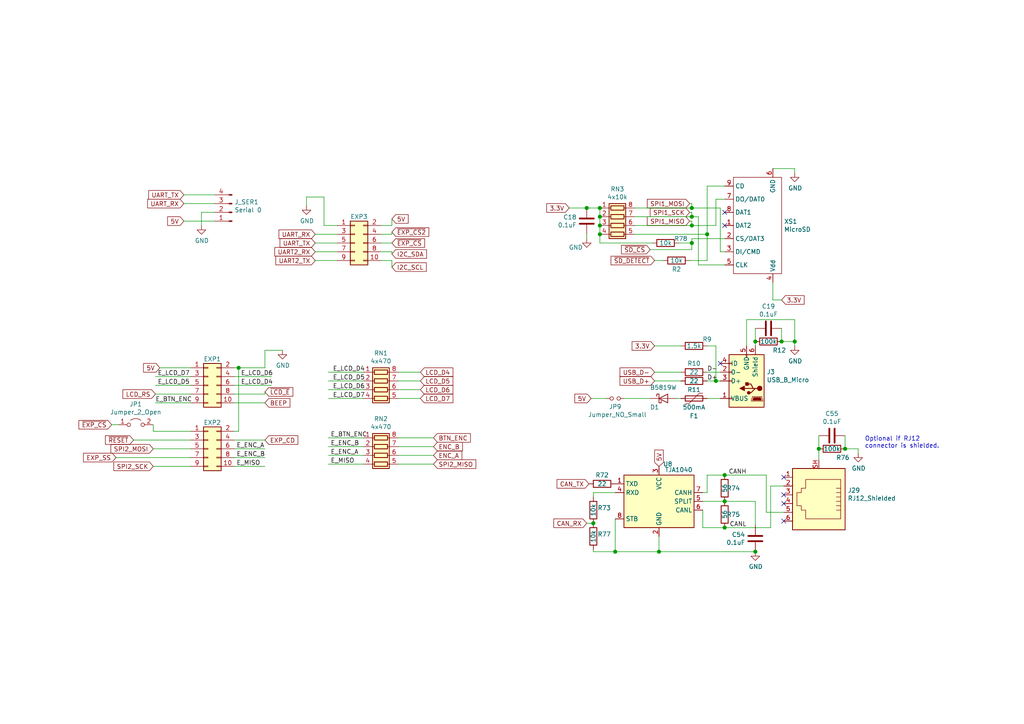
<source format=kicad_sch>
(kicad_sch (version 20210621) (generator eeschema)
  (paper "A4")
  (lib_symbols
    (symbol "Connector:Conn_01x04_Male" (pin_names hide)
      (property "Reference" "J" (at 0 5.08 0))
      (property "Value" "Conn_01x04_Male" (at 0 -7.62 0))
      (symbol "Conn_01x04_Male_1_1"
        (polyline (pts (xy 1.27 -5.08) (xy 0.8636 -5.08)))
        (polyline (pts (xy 1.27 -2.54) (xy 0.8636 -2.54)))
        (polyline (pts (xy 1.27 0) (xy 0.8636 0)))
        (polyline (pts (xy 1.27 2.54) (xy 0.8636 2.54)))
        (rectangle (start 0.8636 -4.953) (end 0 -5.207) (fill (type outline)))
        (rectangle (start 0.8636 -2.413) (end 0 -2.667) (fill (type outline)))
        (rectangle (start 0.8636 0.127) (end 0 -0.127) (fill (type outline)))
        (rectangle (start 0.8636 2.667) (end 0 2.413) (fill (type outline)))
        (pin passive line (at 5.08 2.54 180) (length 3.81) (name "Pin_1") (number "1"))
        (pin passive line (at 5.08 0 180) (length 3.81) (name "Pin_2") (number "2"))
        (pin passive line (at 5.08 -2.54 180) (length 3.81) (name "Pin_3") (number "3"))
        (pin passive line (at 5.08 -5.08 180) (length 3.81) (name "Pin_4") (number "4"))
      )
    )
    (symbol "Connector:RJ12_Shielded" (pin_names (offset 1.016))
      (property "Reference" "J" (at -5.08 11.43 0))
      (property "Value" "RJ12_Shielded" (at 2.54 11.43 0))
      (symbol "RJ12_Shielded_0_1"
        (polyline (pts (xy -6.35 -1.905) (xy -5.08 -1.905) (xy -5.08 -1.905)))
        (polyline (pts (xy -6.35 -0.635) (xy -5.08 -0.635) (xy -5.08 -0.635)))
        (polyline (pts (xy -6.35 0.635) (xy -5.08 0.635) (xy -5.08 0.635)))
        (polyline (pts (xy -6.35 1.905) (xy -5.08 1.905) (xy -5.08 1.905)))
        (polyline (pts (xy -6.35 3.175) (xy -5.08 3.175) (xy -5.08 3.175)))
        (polyline (pts (xy -5.08 4.445) (xy -6.35 4.445) (xy -6.35 4.445)))
        (polyline (pts (xy -6.35 -4.445) (xy -6.35 6.985) (xy 3.81 6.985) (xy 3.81 4.445) (xy 5.08 4.445) (xy 5.08 3.175) (xy 6.35 3.175) (xy 6.35 -0.635) (xy 5.08 -0.635) (xy 5.08 -1.905) (xy 3.81 -1.905) (xy 3.81 -4.445) (xy -6.35 -4.445) (xy -6.35 -4.445)))
        (rectangle (start 7.62 10.16) (end -7.62 -7.62) (stroke (width 0.254)) (fill (type background)))
      )
      (symbol "RJ12_Shielded_1_1"
        (pin passive line (at 10.16 -5.08 180) (length 2.54) (name "~") (number "1"))
        (pin passive line (at 10.16 -2.54 180) (length 2.54) (name "~") (number "2"))
        (pin passive line (at 10.16 0 180) (length 2.54) (name "~") (number "3"))
        (pin passive line (at 10.16 2.54 180) (length 2.54) (name "~") (number "4"))
        (pin passive line (at 10.16 5.08 180) (length 2.54) (name "~") (number "5"))
        (pin passive line (at 10.16 7.62 180) (length 2.54) (name "~") (number "6"))
        (pin passive line (at 0 -10.16 90) (length 2.54) (name "~") (number "SH"))
      )
    )
    (symbol "Connector:USB_B_Micro"
      (property "Reference" "J" (at -5.08 11.43 0))
      (property "Value" "USB_B_Micro" (at -5.08 8.89 0))
      (symbol "USB_B_Micro_0_1"
        (rectangle (start -5.08 -7.62) (end 5.08 7.62) (stroke (width 0.254)) (fill (type background)))
        (circle (center -3.81 2.159) (radius 0.635) (stroke (width 0.254)) (stroke (width 0.254)) (fill (type outline)))
        (circle (center -0.635 3.429) (radius 0.381) (stroke (width 0.254)) (stroke (width 0.254)) (fill (type outline)))
        (rectangle (start -0.127 -7.62) (end 0.127 -6.858))
        (polyline (pts (xy -1.905 2.159) (xy 0.635 2.159)) (stroke (width 0.254)))
        (polyline (pts (xy -3.175 2.159) (xy -2.54 2.159) (xy -1.27 3.429) (xy -0.635 3.429)) (stroke (width 0.254)))
        (polyline (pts (xy -2.54 2.159) (xy -1.905 2.159) (xy -1.27 0.889) (xy 0 0.889)) (stroke (width 0.254)))
        (polyline (pts (xy 0.635 2.794) (xy 0.635 1.524) (xy 1.905 2.159) (xy 0.635 2.794)) (stroke (width 0.254)) (fill (type outline)))
        (polyline (pts (xy -4.318 5.588) (xy -1.778 5.588) (xy -2.032 4.826) (xy -4.064 4.826) (xy -4.318 5.588)) (fill (type outline)))
        (polyline (pts (xy -4.699 5.842) (xy -4.699 5.588) (xy -4.445 4.826) (xy -4.445 4.572) (xy -1.651 4.572) (xy -1.651 4.826) (xy -1.397 5.588) (xy -1.397 5.842) (xy -4.699 5.842)))
        (rectangle (start 0.254 1.27) (end -0.508 0.508) (stroke (width 0.254)) (fill (type outline)))
        (rectangle (start 5.08 -5.207) (end 4.318 -4.953))
        (rectangle (start 5.08 -2.667) (end 4.318 -2.413))
        (rectangle (start 5.08 -0.127) (end 4.318 0.127))
        (rectangle (start 5.08 4.953) (end 4.318 5.207))
      )
      (symbol "USB_B_Micro_1_1"
        (pin power_out line (at 7.62 5.08 180) (length 2.54) (name "VBUS") (number "1"))
        (pin passive line (at 7.62 -2.54 180) (length 2.54) (name "D-") (number "2"))
        (pin passive line (at 7.62 0 180) (length 2.54) (name "D+") (number "3"))
        (pin passive line (at 7.62 -5.08 180) (length 2.54) (name "ID") (number "4"))
        (pin power_out line (at 0 -10.16 90) (length 2.54) (name "GND") (number "5"))
        (pin passive line (at -2.54 -10.16 90) (length 2.54) (name "Shield") (number "6"))
      )
    )
    (symbol "Connector_Generic:Conn_02x05_Odd_Even" (pin_names hide)
      (property "Reference" "J" (at 1.27 7.62 0))
      (property "Value" "Conn_02x05_Odd_Even" (at 1.27 -7.62 0))
      (symbol "Conn_02x05_Odd_Even_1_1"
        (rectangle (start -1.27 -4.953) (end 0 -5.207))
        (rectangle (start -1.27 -2.413) (end 0 -2.667))
        (rectangle (start -1.27 0.127) (end 0 -0.127))
        (rectangle (start -1.27 2.667) (end 0 2.413))
        (rectangle (start -1.27 5.207) (end 0 4.953))
        (rectangle (start -1.27 6.35) (end 3.81 -6.35) (stroke (width 0.254)) (fill (type background)))
        (rectangle (start 3.81 -4.953) (end 2.54 -5.207))
        (rectangle (start 3.81 -2.413) (end 2.54 -2.667))
        (rectangle (start 3.81 0.127) (end 2.54 -0.127))
        (rectangle (start 3.81 2.667) (end 2.54 2.413))
        (rectangle (start 3.81 5.207) (end 2.54 4.953))
        (pin passive line (at -5.08 5.08 0) (length 3.81) (name "Pin_1") (number "1"))
        (pin passive line (at 7.62 -5.08 180) (length 3.81) (name "Pin_10") (number "10"))
        (pin passive line (at 7.62 5.08 180) (length 3.81) (name "Pin_2") (number "2"))
        (pin passive line (at -5.08 2.54 0) (length 3.81) (name "Pin_3") (number "3"))
        (pin passive line (at 7.62 2.54 180) (length 3.81) (name "Pin_4") (number "4"))
        (pin passive line (at -5.08 0 0) (length 3.81) (name "Pin_5") (number "5"))
        (pin passive line (at 7.62 0 180) (length 3.81) (name "Pin_6") (number "6"))
        (pin passive line (at -5.08 -2.54 0) (length 3.81) (name "Pin_7") (number "7"))
        (pin passive line (at 7.62 -2.54 180) (length 3.81) (name "Pin_8") (number "8"))
        (pin passive line (at -5.08 -5.08 0) (length 3.81) (name "Pin_9") (number "9"))
      )
    )
    (symbol "Device:C" (pin_numbers hide) (pin_names (offset 0.254))
      (property "Reference" "C" (at 0.635 2.54 0))
      (property "Value" "C" (at 0.635 -2.54 0))
      (symbol "C_0_1"
        (polyline (pts (xy -2.032 -0.762) (xy 2.032 -0.762)) (stroke (width 0.508)))
        (polyline (pts (xy -2.032 0.762) (xy 2.032 0.762)) (stroke (width 0.508)))
      )
      (symbol "C_1_1"
        (pin passive line (at 0 3.81 270) (length 2.794) (name "~") (number "1"))
        (pin passive line (at 0 -3.81 90) (length 2.794) (name "~") (number "2"))
      )
    )
    (symbol "Device:D_Schottky" (pin_numbers hide) (pin_names hide)
      (property "Reference" "D" (at 0 2.54 0))
      (property "Value" "D_Schottky" (at 0 -2.54 0))
      (symbol "D_Schottky_0_1"
        (polyline (pts (xy 1.27 0) (xy -1.27 0)))
        (polyline (pts (xy 1.27 1.27) (xy 1.27 -1.27) (xy -1.27 0) (xy 1.27 1.27)) (stroke (width 0.2032)))
        (polyline (pts (xy -1.905 0.635) (xy -1.905 1.27) (xy -1.27 1.27) (xy -1.27 -1.27) (xy -0.635 -1.27) (xy -0.635 -0.635)) (stroke (width 0.2032)))
      )
      (symbol "D_Schottky_1_1"
        (pin passive line (at -3.81 0 0) (length 2.54) (name "K") (number "1"))
        (pin passive line (at 3.81 0 180) (length 2.54) (name "A") (number "2"))
      )
    )
    (symbol "Device:Jumper_NO_Small" (pin_numbers hide) (pin_names (offset 0.762) hide)
      (property "Reference" "JP" (at 0 2.032 0))
      (property "Value" "Jumper_NO_Small" (at 0.254 -1.524 0))
      (symbol "Jumper_NO_Small_0_1"
        (circle (center -1.016 0) (radius 0.508))
        (circle (center 1.016 0) (radius 0.508))
        (pin passive line (at -2.54 0 0) (length 1.016) (name "1") (number "1"))
        (pin passive line (at 2.54 0 180) (length 1.016) (name "2") (number "2"))
      )
    )
    (symbol "Device:Polyfuse" (pin_numbers hide) (pin_names (offset 0))
      (property "Reference" "F" (at -2.54 0 90))
      (property "Value" "Polyfuse" (at 2.54 0 90))
      (symbol "Polyfuse_0_1"
        (rectangle (start -0.762 2.54) (end 0.762 -2.54) (stroke (width 0.254)))
        (polyline (pts (xy 0 2.54) (xy 0 -2.54)))
        (polyline (pts (xy -1.524 2.54) (xy -1.524 1.524) (xy 1.524 -1.524) (xy 1.524 -2.54)))
      )
      (symbol "Polyfuse_1_1"
        (pin passive line (at 0 3.81 270) (length 1.27) (name "~") (number "1"))
        (pin passive line (at 0 -3.81 90) (length 1.27) (name "~") (number "2"))
      )
    )
    (symbol "Device:R" (pin_numbers hide) (pin_names (offset 0))
      (property "Reference" "R" (at 2.032 0 90))
      (property "Value" "R" (at 0 0 90))
      (symbol "R_0_1"
        (rectangle (start -1.016 -2.54) (end 1.016 2.54) (stroke (width 0.254)))
      )
      (symbol "R_1_1"
        (pin passive line (at 0 3.81 270) (length 1.27) (name "~") (number "1"))
        (pin passive line (at 0 -3.81 90) (length 1.27) (name "~") (number "2"))
      )
    )
    (symbol "Device:R_Pack04" (pin_names (offset 0) hide)
      (property "Reference" "RN" (at -7.62 0 90))
      (property "Value" "R_Pack04" (at 5.08 0 90))
      (symbol "R_Pack04_0_1"
        (rectangle (start -6.35 -2.413) (end 3.81 2.413) (stroke (width 0.254)) (fill (type background)))
        (rectangle (start -5.715 1.905) (end -4.445 -1.905) (stroke (width 0.254)))
        (rectangle (start -3.175 1.905) (end -1.905 -1.905) (stroke (width 0.254)))
        (rectangle (start -0.635 1.905) (end 0.635 -1.905) (stroke (width 0.254)))
        (polyline (pts (xy -5.08 -2.54) (xy -5.08 -1.905)))
        (polyline (pts (xy -5.08 1.905) (xy -5.08 2.54)))
        (polyline (pts (xy -2.54 -2.54) (xy -2.54 -1.905)))
        (polyline (pts (xy -2.54 1.905) (xy -2.54 2.54)))
        (polyline (pts (xy 0 -2.54) (xy 0 -1.905)))
        (polyline (pts (xy 0 1.905) (xy 0 2.54)))
        (polyline (pts (xy 2.54 -2.54) (xy 2.54 -1.905)))
        (polyline (pts (xy 2.54 1.905) (xy 2.54 2.54)))
        (rectangle (start 1.905 1.905) (end 3.175 -1.905) (stroke (width 0.254)))
      )
      (symbol "R_Pack04_1_1"
        (pin passive line (at -5.08 -5.08 90) (length 2.54) (name "R1.1") (number "1"))
        (pin passive line (at -2.54 -5.08 90) (length 2.54) (name "R2.1") (number "2"))
        (pin passive line (at 0 -5.08 90) (length 2.54) (name "R3.1") (number "3"))
        (pin passive line (at 2.54 -5.08 90) (length 2.54) (name "R4.1") (number "4"))
        (pin passive line (at 2.54 5.08 270) (length 2.54) (name "R4.2") (number "5"))
        (pin passive line (at 0 5.08 270) (length 2.54) (name "R3.2") (number "6"))
        (pin passive line (at -2.54 5.08 270) (length 2.54) (name "R2.2") (number "7"))
        (pin passive line (at -5.08 5.08 270) (length 2.54) (name "R1.2") (number "8"))
      )
    )
    (symbol "Interface_CAN_LIN:TJA1042T"
      (property "Reference" "U" (at -10.16 8.89 0))
      (property "Value" "TJA1042T" (at 1.27 8.89 0))
      (symbol "TJA1042T_0_1"
        (rectangle (start -10.16 7.62) (end 10.16 -7.62) (stroke (width 0.254)) (fill (type background)))
      )
      (symbol "TJA1042T_1_1"
        (pin input line (at -12.7 5.08 0) (length 2.54) (name "TXD") (number "1"))
        (pin power_in line (at 0 -10.16 90) (length 2.54) (name "GND") (number "2"))
        (pin power_in line (at 0 10.16 270) (length 2.54) (name "VCC") (number "3"))
        (pin output line (at -12.7 2.54 0) (length 2.54) (name "RXD") (number "4"))
        (pin power_out line (at 12.7 0 180) (length 2.54) (name "SPLIT") (number "5"))
        (pin bidirectional line (at 12.7 -2.54 180) (length 2.54) (name "CANL") (number "6"))
        (pin bidirectional line (at 12.7 2.54 180) (length 2.54) (name "CANH") (number "7"))
        (pin input line (at -12.7 -5.08 0) (length 2.54) (name "STB") (number "8"))
      )
    )
    (symbol "Jumper:Jumper_2_Open" (pin_names (offset 0) hide)
      (property "Reference" "JP" (at 0 2.794 0))
      (property "Value" "Jumper_2_Open" (at 0 -2.286 0))
      (symbol "Jumper_2_Open_0_0"
        (circle (center -2.032 0) (radius 0.508))
        (circle (center 2.032 0) (radius 0.508))
      )
      (symbol "Jumper_2_Open_0_1"
        (arc (start 1.524 1.27) (mid 0 1.778) (end -1.524 1.27))
      )
      (symbol "Jumper_2_Open_1_1"
        (pin passive line (at -5.08 0 0) (length 2.54) (name "A") (number "1"))
        (pin passive line (at 5.08 0 180) (length 2.54) (name "B") (number "2"))
      )
    )
    (symbol "power:GND" (power) (pin_names (offset 0))
      (property "Value" "GND" (at 0 -3.81 0))
      (symbol "GND_0_1"
        (polyline (pts (xy 0 0) (xy 0 -1.27) (xy 1.27 -1.27) (xy 0 -2.54) (xy -1.27 -1.27) (xy 0 -1.27)))
      )
      (symbol "GND_1_1"
        (pin power_in line (at 0 0 270) (length 0) hide (name "GND") (number "1"))
      )
    )
    (symbol "uSD_push-push_ebay:SD_ebay-uSD-push_push_SMD"
      (property "Reference" "XS" (at 6.35 -15.24 0))
      (property "Value" "SD_ebay-uSD-push_push_SMD" (at -8.255 0 90))
      (symbol "SD_ebay-uSD-push_push_SMD_0_1"
        (rectangle (start -6.35 13.97) (end 7.62 -13.97))
      )
      (symbol "SD_ebay-uSD-push_push_SMD_1_1"
        (pin bidirectional line (at 10.16 0 180) (length 2.54) (name "DAT2") (number "1"))
        (pin input line (at 10.16 3.81 180) (length 2.54) (name "CS/DAT3") (number "2"))
        (pin input line (at 10.16 7.62 180) (length 2.54) (name "DI/CMD") (number "3"))
        (pin input line (at -3.81 16.51 270) (length 2.54) (name "Vdd") (number "4"))
        (pin input line (at 10.16 11.43 180) (length 2.54) (name "CLK") (number "5"))
        (pin input line (at -3.81 -16.51 90) (length 2.54) (name "GND") (number "6"))
        (pin input line (at 10.16 -7.62 180) (length 2.54) (name "DO/DAT0") (number "7"))
        (pin bidirectional line (at 10.16 -3.81 180) (length 2.54) (name "DAT1") (number "8"))
        (pin input line (at 10.16 -11.43 180) (length 2.54) (name "CD") (number "9"))
      )
    )
  )
  (junction (at 69.215 106.68) (diameter 1.016))
  (junction (at 170.18 60.325) (diameter 1.016))
  (junction (at 172.085 151.765) (diameter 1.016))
  (junction (at 173.99 60.325) (diameter 1.016))
  (junction (at 173.99 62.865) (diameter 1.016))
  (junction (at 173.99 65.405) (diameter 1.016))
  (junction (at 173.99 67.945) (diameter 1.016))
  (junction (at 178.435 160.02) (diameter 1.016))
  (junction (at 191.135 160.02) (diameter 1.016))
  (junction (at 200.66 60.325) (diameter 1.016))
  (junction (at 200.66 62.865) (diameter 1.016))
  (junction (at 200.66 65.405) (diameter 1.016))
  (junction (at 200.66 70.485) (diameter 1.016))
  (junction (at 205.105 67.945) (diameter 1.016))
  (junction (at 207.645 110.49) (diameter 1.016))
  (junction (at 210.185 137.795) (diameter 1.016))
  (junction (at 210.185 145.415) (diameter 1.016))
  (junction (at 210.185 153.035) (diameter 1.016))
  (junction (at 219.075 99.06) (diameter 1.016))
  (junction (at 219.075 160.02) (diameter 1.016))
  (junction (at 226.695 99.06) (diameter 1.016))
  (junction (at 230.505 99.06) (diameter 1.016))
  (junction (at 237.49 130.175) (diameter 1.016))
  (junction (at 245.11 130.175) (diameter 1.016))
  (no_connect (at 208.915 105.41))
  (no_connect (at 210.185 61.595))
  (no_connect (at 210.185 65.405))
  (no_connect (at 227.33 138.43))
  (no_connect (at 227.33 143.51))
  (no_connect (at 227.33 146.05))
  (no_connect (at 227.33 151.13))
  (wire (pts (xy 33.655 132.715) (xy 55.245 132.715)))
  (wire (pts (xy 34.29 123.19) (xy 32.385 123.19)))
  (wire (pts (xy 38.735 127.635) (xy 55.245 127.635)))
  (wire (pts (xy 44.45 123.19) (xy 44.45 125.095)))
  (wire (pts (xy 55.245 106.68) (xy 46.355 106.68)))
  (wire (pts (xy 55.245 109.22) (xy 45.085 109.22)))
  (wire (pts (xy 55.245 111.76) (xy 45.085 111.76)))
  (wire (pts (xy 55.245 114.3) (xy 45.085 114.3)))
  (wire (pts (xy 55.245 116.84) (xy 45.085 116.84)))
  (wire (pts (xy 55.245 125.095) (xy 44.45 125.095)))
  (wire (pts (xy 55.245 130.175) (xy 44.45 130.175)))
  (wire (pts (xy 55.245 135.255) (xy 44.45 135.255)))
  (wire (pts (xy 58.42 61.595) (xy 58.42 65.405)))
  (wire (pts (xy 62.23 56.515) (xy 53.34 56.515)))
  (wire (pts (xy 62.23 59.055) (xy 53.34 59.055)))
  (wire (pts (xy 62.23 61.595) (xy 58.42 61.595)))
  (wire (pts (xy 62.23 64.135) (xy 53.34 64.135)))
  (wire (pts (xy 67.945 106.68) (xy 69.215 106.68)))
  (wire (pts (xy 67.945 109.22) (xy 78.74 109.22)))
  (wire (pts (xy 67.945 111.76) (xy 78.74 111.76)))
  (wire (pts (xy 67.945 114.3) (xy 76.835 114.3)))
  (wire (pts (xy 67.945 116.84) (xy 76.835 116.84)))
  (wire (pts (xy 67.945 125.095) (xy 69.215 125.095)))
  (wire (pts (xy 67.945 127.635) (xy 76.835 127.635)))
  (wire (pts (xy 67.945 130.175) (xy 76.835 130.175)))
  (wire (pts (xy 67.945 132.715) (xy 76.835 132.715)))
  (wire (pts (xy 67.945 135.255) (xy 76.835 135.255)))
  (wire (pts (xy 69.215 106.68) (xy 76.835 106.68)))
  (wire (pts (xy 69.215 125.095) (xy 69.215 106.68)))
  (wire (pts (xy 76.835 101.6) (xy 76.835 106.68)))
  (wire (pts (xy 76.835 113.665) (xy 76.835 114.3)))
  (wire (pts (xy 81.915 101.6) (xy 76.835 101.6)))
  (wire (pts (xy 88.9 57.15) (xy 88.9 59.69)))
  (wire (pts (xy 93.98 57.15) (xy 88.9 57.15)))
  (wire (pts (xy 93.98 65.405) (xy 93.98 57.15)))
  (wire (pts (xy 95.25 107.95) (xy 105.41 107.95)))
  (wire (pts (xy 95.25 110.49) (xy 105.41 110.49)))
  (wire (pts (xy 95.25 113.03) (xy 105.41 113.03)))
  (wire (pts (xy 95.25 115.57) (xy 105.41 115.57)))
  (wire (pts (xy 97.79 65.405) (xy 93.98 65.405)))
  (wire (pts (xy 97.79 67.945) (xy 91.44 67.945)))
  (wire (pts (xy 97.79 70.485) (xy 91.44 70.485)))
  (wire (pts (xy 97.79 73.025) (xy 91.44 73.025)))
  (wire (pts (xy 97.79 75.565) (xy 91.44 75.565)))
  (wire (pts (xy 105.41 127) (xy 95.25 127)))
  (wire (pts (xy 105.41 129.54) (xy 95.25 129.54)))
  (wire (pts (xy 105.41 132.08) (xy 95.25 132.08)))
  (wire (pts (xy 105.41 134.62) (xy 95.25 134.62)))
  (wire (pts (xy 110.49 65.405) (xy 113.665 65.405)))
  (wire (pts (xy 110.49 67.945) (xy 113.665 67.945)))
  (wire (pts (xy 110.49 70.485) (xy 113.665 70.485)))
  (wire (pts (xy 113.665 63.5) (xy 113.665 65.405)))
  (wire (pts (xy 113.665 67.31) (xy 113.665 67.945)))
  (wire (pts (xy 113.665 73.025) (xy 110.49 73.025)))
  (wire (pts (xy 113.665 73.025) (xy 113.665 73.66)))
  (wire (pts (xy 113.665 75.565) (xy 110.49 75.565)))
  (wire (pts (xy 113.665 75.565) (xy 113.665 77.47)))
  (wire (pts (xy 115.57 107.95) (xy 121.92 107.95)))
  (wire (pts (xy 115.57 110.49) (xy 121.92 110.49)))
  (wire (pts (xy 115.57 113.03) (xy 121.92 113.03)))
  (wire (pts (xy 115.57 115.57) (xy 121.92 115.57)))
  (wire (pts (xy 115.57 127) (xy 125.73 127)))
  (wire (pts (xy 115.57 129.54) (xy 125.73 129.54)))
  (wire (pts (xy 115.57 132.08) (xy 125.73 132.08)))
  (wire (pts (xy 115.57 134.62) (xy 125.73 134.62)))
  (wire (pts (xy 165.1 60.325) (xy 170.18 60.325)))
  (wire (pts (xy 170.18 69.215) (xy 170.18 67.945)))
  (wire (pts (xy 170.18 151.765) (xy 172.085 151.765)))
  (wire (pts (xy 171.45 115.57) (xy 175.895 115.57)))
  (wire (pts (xy 172.085 142.875) (xy 172.085 144.145)))
  (wire (pts (xy 172.085 159.385) (xy 172.085 160.02)))
  (wire (pts (xy 172.085 160.02) (xy 178.435 160.02)))
  (wire (pts (xy 173.99 60.325) (xy 170.18 60.325)))
  (wire (pts (xy 173.99 60.325) (xy 173.99 62.865)))
  (wire (pts (xy 173.99 62.865) (xy 173.99 65.405)))
  (wire (pts (xy 173.99 65.405) (xy 173.99 67.945)))
  (wire (pts (xy 173.99 70.485) (xy 173.99 67.945)))
  (wire (pts (xy 178.435 142.875) (xy 172.085 142.875)))
  (wire (pts (xy 178.435 150.495) (xy 178.435 160.02)))
  (wire (pts (xy 178.435 160.02) (xy 191.135 160.02)))
  (wire (pts (xy 180.975 115.57) (xy 188.595 115.57)))
  (wire (pts (xy 184.15 60.325) (xy 200.66 60.325)))
  (wire (pts (xy 184.15 65.405) (xy 200.66 65.405)))
  (wire (pts (xy 184.15 67.945) (xy 205.105 67.945)))
  (wire (pts (xy 188.595 72.39) (xy 200.66 72.39)))
  (wire (pts (xy 189.23 70.485) (xy 173.99 70.485)))
  (wire (pts (xy 189.865 75.565) (xy 192.405 75.565)))
  (wire (pts (xy 191.135 160.02) (xy 191.135 155.575)))
  (wire (pts (xy 196.215 115.57) (xy 197.485 115.57)))
  (wire (pts (xy 196.85 70.485) (xy 200.66 70.485)))
  (wire (pts (xy 197.485 100.33) (xy 189.865 100.33)))
  (wire (pts (xy 197.485 107.95) (xy 189.865 107.95)))
  (wire (pts (xy 197.485 110.49) (xy 189.865 110.49)))
  (wire (pts (xy 200.025 59.055) (xy 200.66 59.055)))
  (wire (pts (xy 200.025 61.595) (xy 200.66 61.595)))
  (wire (pts (xy 200.025 64.135) (xy 200.66 64.135)))
  (wire (pts (xy 200.025 75.565) (xy 205.105 75.565)))
  (wire (pts (xy 200.66 59.055) (xy 200.66 60.325)))
  (wire (pts (xy 200.66 60.325) (xy 208.915 60.325)))
  (wire (pts (xy 200.66 61.595) (xy 200.66 62.865)))
  (wire (pts (xy 200.66 62.865) (xy 184.15 62.865)))
  (wire (pts (xy 200.66 64.135) (xy 200.66 65.405)))
  (wire (pts (xy 200.66 65.405) (xy 207.645 65.405)))
  (wire (pts (xy 200.66 69.215) (xy 200.66 70.485)))
  (wire (pts (xy 200.66 72.39) (xy 200.66 70.485)))
  (wire (pts (xy 202.565 62.865) (xy 200.66 62.865)))
  (wire (pts (xy 202.565 62.865) (xy 202.565 76.835)))
  (wire (pts (xy 202.565 76.835) (xy 210.185 76.835)))
  (wire (pts (xy 203.835 142.875) (xy 205.105 142.875)))
  (wire (pts (xy 203.835 145.415) (xy 210.185 145.415)))
  (wire (pts (xy 203.835 147.955) (xy 203.835 153.035)))
  (wire (pts (xy 203.835 153.035) (xy 210.185 153.035)))
  (wire (pts (xy 205.105 53.975) (xy 205.105 67.945)))
  (wire (pts (xy 205.105 53.975) (xy 210.185 53.975)))
  (wire (pts (xy 205.105 67.945) (xy 205.105 75.565)))
  (wire (pts (xy 205.105 100.33) (xy 207.645 100.33)))
  (wire (pts (xy 205.105 107.95) (xy 208.915 107.95)))
  (wire (pts (xy 205.105 110.49) (xy 207.645 110.49)))
  (wire (pts (xy 205.105 115.57) (xy 208.915 115.57)))
  (wire (pts (xy 205.105 137.795) (xy 205.105 142.875)))
  (wire (pts (xy 205.105 137.795) (xy 210.185 137.795)))
  (wire (pts (xy 207.645 57.785) (xy 210.185 57.785)))
  (wire (pts (xy 207.645 65.405) (xy 207.645 57.785)))
  (wire (pts (xy 207.645 100.33) (xy 207.645 110.49)))
  (wire (pts (xy 207.645 110.49) (xy 208.915 110.49)))
  (wire (pts (xy 208.915 73.025) (xy 208.915 60.325)))
  (wire (pts (xy 210.185 69.215) (xy 200.66 69.215)))
  (wire (pts (xy 210.185 73.025) (xy 208.915 73.025)))
  (wire (pts (xy 210.185 137.795) (xy 222.25 137.795)))
  (wire (pts (xy 210.185 145.415) (xy 219.075 145.415)))
  (wire (pts (xy 210.185 153.035) (xy 223.52 153.035)))
  (wire (pts (xy 216.535 92.71) (xy 230.505 92.71)))
  (wire (pts (xy 216.535 100.33) (xy 216.535 92.71)))
  (wire (pts (xy 219.075 99.06) (xy 219.075 95.25)))
  (wire (pts (xy 219.075 100.33) (xy 219.075 99.06)))
  (wire (pts (xy 219.075 145.415) (xy 219.075 152.4)))
  (wire (pts (xy 219.075 160.02) (xy 191.135 160.02)))
  (wire (pts (xy 222.25 137.795) (xy 222.25 148.59)))
  (wire (pts (xy 222.25 148.59) (xy 227.33 148.59)))
  (wire (pts (xy 223.52 140.97) (xy 227.33 140.97)))
  (wire (pts (xy 223.52 153.035) (xy 223.52 140.97)))
  (wire (pts (xy 224.155 48.895) (xy 230.505 48.895)))
  (wire (pts (xy 224.155 81.915) (xy 224.155 86.995)))
  (wire (pts (xy 226.695 86.995) (xy 224.155 86.995)))
  (wire (pts (xy 226.695 95.25) (xy 226.695 99.06)))
  (wire (pts (xy 226.695 99.06) (xy 230.505 99.06)))
  (wire (pts (xy 230.505 48.895) (xy 230.505 50.165)))
  (wire (pts (xy 230.505 92.71) (xy 230.505 99.06)))
  (wire (pts (xy 230.505 99.06) (xy 230.505 100.33)))
  (wire (pts (xy 237.49 130.175) (xy 237.49 126.365)))
  (wire (pts (xy 237.49 130.175) (xy 237.49 133.35)))
  (wire (pts (xy 245.11 126.365) (xy 245.11 130.175)))
  (wire (pts (xy 245.11 130.175) (xy 248.92 130.175)))
  (wire (pts (xy 248.92 130.175) (xy 248.92 131.445)))
  (text "Optional if RJ12 \nconnector is shielded." (at 250.825 130.175 0) (effects (font (size 1.27 1.27)) (justify left bottom)))
  (label "E_BTN_ENC" (at 45.085 116.84 0))
  (label "E_LCD_D7" (at 45.72 109.22 0))
  (label "E_LCD_D5" (at 45.72 111.76 0))
  (label "E_ENC_A" (at 68.58 130.175 0))
  (label "E_ENC_B" (at 68.58 132.715 0))
  (label "E_MISO" (at 68.58 135.255 0))
  (label "E_LCD_D6" (at 69.85 109.22 0))
  (label "E_LCD_D4" (at 69.85 111.76 0))
  (label "E_BTN_ENC" (at 95.885 127 0))
  (label "E_ENC_B" (at 95.885 129.54 0))
  (label "E_ENC_A" (at 95.885 132.08 0))
  (label "E_MISO" (at 95.885 134.62 0))
  (label "E_LCD_D4" (at 96.52 107.95 0))
  (label "E_LCD_D5" (at 96.52 110.49 0))
  (label "E_LCD_D6" (at 96.52 113.03 0))
  (label "E_LCD_D7" (at 96.52 115.57 0))
  (label "D-" (at 205.105 107.95 0))
  (label "D+" (at 205.105 110.49 0))
  (label "CANH" (at 216.535 137.795 180))
  (label "CANL" (at 216.535 153.035 180))
  (global_label "~{EXP_CS}" (shape input) (at 32.385 123.19 180) (property "Intersheet References" "${INTERSHEET_REFS}" (effects hide)))
  (global_label "EXP_SS" (shape input) (at 33.655 132.715 180) (property "Intersheet References" "${INTERSHEET_REFS}" (effects hide)))
  (global_label "~{RESET}" (shape input) (at 38.735 127.635 180) (property "Intersheet References" "${INTERSHEET_REFS}" (effects hide)))
  (global_label "SPI2_MOSI" (shape input) (at 44.45 130.175 180) (property "Intersheet References" "${INTERSHEET_REFS}" (effects hide)))
  (global_label "SPI2_SCK" (shape input) (at 44.45 135.255 180) (property "Intersheet References" "${INTERSHEET_REFS}" (effects hide)))
  (global_label "LCD_RS" (shape input) (at 45.085 114.3 180) (property "Intersheet References" "${INTERSHEET_REFS}" (effects hide)))
  (global_label "5V" (shape input) (at 46.355 106.68 180) (property "Intersheet References" "${INTERSHEET_REFS}" (effects hide)))
  (global_label "UART_TX" (shape input) (at 53.34 56.515 180) (property "Intersheet References" "${INTERSHEET_REFS}" (effects hide)))
  (global_label "UART_RX" (shape input) (at 53.34 59.055 180) (property "Intersheet References" "${INTERSHEET_REFS}" (effects hide)))
  (global_label "5V" (shape input) (at 53.34 64.135 180) (property "Intersheet References" "${INTERSHEET_REFS}" (effects hide)))
  (global_label "~{LCD_E}" (shape input) (at 76.835 113.665 0) (property "Intersheet References" "${INTERSHEET_REFS}" (effects hide)))
  (global_label "BEEP" (shape input) (at 76.835 116.84 0) (property "Intersheet References" "${INTERSHEET_REFS}" (effects hide)))
  (global_label "EXP_CD" (shape input) (at 76.835 127.635 0) (property "Intersheet References" "${INTERSHEET_REFS}" (effects hide)))
  (global_label "UART_RX" (shape input) (at 91.44 67.945 180) (property "Intersheet References" "${INTERSHEET_REFS}" (effects hide)))
  (global_label "UART_TX" (shape input) (at 91.44 70.485 180) (property "Intersheet References" "${INTERSHEET_REFS}" (effects hide)))
  (global_label "UART2_RX" (shape input) (at 91.44 73.025 180) (property "Intersheet References" "${INTERSHEET_REFS}" (effects hide)))
  (global_label "UART2_TX" (shape input) (at 91.44 75.565 180) (property "Intersheet References" "${INTERSHEET_REFS}" (effects hide)))
  (global_label "5V" (shape input) (at 113.665 63.5 0) (property "Intersheet References" "${INTERSHEET_REFS}" (effects hide)))
  (global_label "~{EXP_CS2}" (shape input) (at 113.665 67.31 0) (property "Intersheet References" "${INTERSHEET_REFS}" (effects hide)))
  (global_label "~{EXP_CS}" (shape input) (at 113.665 70.485 0) (property "Intersheet References" "${INTERSHEET_REFS}" (effects hide)))
  (global_label "I2C_SDA" (shape input) (at 113.665 73.66 0) (property "Intersheet References" "${INTERSHEET_REFS}" (effects hide)))
  (global_label "I2C_SCL" (shape input) (at 113.665 77.47 0) (property "Intersheet References" "${INTERSHEET_REFS}" (effects hide)))
  (global_label "LCD_D4" (shape input) (at 121.92 107.95 0) (property "Intersheet References" "${INTERSHEET_REFS}" (effects hide)))
  (global_label "LCD_D5" (shape input) (at 121.92 110.49 0) (property "Intersheet References" "${INTERSHEET_REFS}" (effects hide)))
  (global_label "LCD_D6" (shape input) (at 121.92 113.03 0) (property "Intersheet References" "${INTERSHEET_REFS}" (effects hide)))
  (global_label "LCD_D7" (shape input) (at 121.92 115.57 0) (property "Intersheet References" "${INTERSHEET_REFS}" (effects hide)))
  (global_label "BTN_ENC" (shape input) (at 125.73 127 0) (property "Intersheet References" "${INTERSHEET_REFS}" (effects hide)))
  (global_label "ENC_B" (shape input) (at 125.73 129.54 0) (property "Intersheet References" "${INTERSHEET_REFS}" (effects hide)))
  (global_label "ENC_A" (shape input) (at 125.73 132.08 0) (property "Intersheet References" "${INTERSHEET_REFS}" (effects hide)))
  (global_label "SPI2_MISO" (shape input) (at 125.73 134.62 0) (property "Intersheet References" "${INTERSHEET_REFS}" (effects hide)))
  (global_label "3.3V" (shape input) (at 165.1 60.325 180) (property "Intersheet References" "${INTERSHEET_REFS}" (effects hide)))
  (global_label "CAN_RX" (shape input) (at 170.18 151.765 180) (property "Intersheet References" "${INTERSHEET_REFS}" (effects hide)))
  (global_label "CAN_TX" (shape input) (at 170.815 140.335 180) (property "Intersheet References" "${INTERSHEET_REFS}" (effects hide)))
  (global_label "5V" (shape input) (at 171.45 115.57 180) (property "Intersheet References" "${INTERSHEET_REFS}" (effects hide)))
  (global_label "~{SD_CS}" (shape input) (at 188.595 72.39 180) (property "Intersheet References" "${INTERSHEET_REFS}" (effects hide)))
  (global_label "~{SD_DETECT}" (shape input) (at 189.865 75.565 180) (property "Intersheet References" "${INTERSHEET_REFS}" (effects hide)))
  (global_label "3.3V" (shape input) (at 189.865 100.33 180) (property "Intersheet References" "${INTERSHEET_REFS}" (effects hide)))
  (global_label "USB_D-" (shape input) (at 189.865 107.95 180) (property "Intersheet References" "${INTERSHEET_REFS}" (effects hide)))
  (global_label "USB_D+" (shape input) (at 189.865 110.49 180) (property "Intersheet References" "${INTERSHEET_REFS}" (effects hide)))
  (global_label "5V" (shape input) (at 191.135 135.255 90) (property "Intersheet References" "${INTERSHEET_REFS}" (effects hide)))
  (global_label "SPI1_MOSI" (shape input) (at 200.025 59.055 180) (property "Intersheet References" "${INTERSHEET_REFS}" (effects hide)))
  (global_label "SPI1_SCK" (shape input) (at 200.025 61.595 180) (property "Intersheet References" "${INTERSHEET_REFS}" (effects hide)))
  (global_label "SPI1_MISO" (shape input) (at 200.025 64.135 180) (property "Intersheet References" "${INTERSHEET_REFS}" (effects hide)))
  (global_label "3.3V" (shape input) (at 226.695 86.995 0) (property "Intersheet References" "${INTERSHEET_REFS}" (effects hide)))
  (symbol (lib_id "Device:Jumper_NO_Small") (at 178.435 115.57 0) (unit 1) (in_bom no)
    (property "Reference" "JP9" (at 178.435 117.9638 0))
    (property "Value" "Jumper_NO_Small" (at 179.07 120.2625 0))
    (property "Footprint" "Connector_PinHeader_2.54mm:PinHeader_1x02_P2.54mm_Vertical" (effects hide))
  )
  (symbol (lib_id "power:GND") (at 58.42 65.405 0) (unit 1)
    (property "Reference" "#PWR012" (effects hide))
    (property "Value" "GND" (at 58.547 69.7992 0))
  )
  (symbol (lib_id "power:GND") (at 81.915 101.6 0) (unit 1)
    (property "Reference" "#PWR013" (effects hide))
    (property "Value" "GND" (at 82.042 105.9942 0))
  )
  (symbol (lib_id "power:GND") (at 88.9 59.69 0) (unit 1)
    (property "Reference" "#PWR074" (effects hide))
    (property "Value" "GND" (at 89.027 64.0842 0))
  )
  (symbol (lib_id "power:GND") (at 170.18 69.215 0) (unit 1)
    (property "Reference" "#PWR014" (effects hide))
    (property "Value" "GND" (at 167.005 71.755 0))
  )
  (symbol (lib_id "power:GND") (at 219.075 160.02 0) (unit 1)
    (property "Reference" "#PWR037" (effects hide))
    (property "Value" "GND" (at 219.1893 164.3444 0))
  )
  (symbol (lib_id "power:GND") (at 230.505 50.165 0) (unit 1)
    (property "Reference" "#PWR015" (effects hide))
    (property "Value" "GND" (at 230.632 54.5592 0))
  )
  (symbol (lib_id "power:GND") (at 230.505 100.33 0) (unit 1)
    (property "Reference" "#PWR016" (effects hide))
    (property "Value" "GND" (at 230.632 104.7242 0))
  )
  (symbol (lib_id "power:GND") (at 248.92 131.445 0) (unit 1)
    (property "Reference" "#PWR057" (effects hide))
    (property "Value" "GND" (at 249.047 135.8392 0))
  )
  (symbol (lib_id "Device:R") (at 172.085 147.955 0) (unit 1)
    (property "Reference" "R73" (at 175.26 147.32 0))
    (property "Value" "10k" (at 172.085 147.955 90))
    (property "Footprint" "PrntrBoardV2:R_0603_1608Metric" (effects hide))
    (property "Part #" "0603WAF1002T5E" (effects hide))
    (property "LCSC Part #" "C25804" (effects hide))
  )
  (symbol (lib_id "Device:R") (at 172.085 155.575 0) (unit 1)
    (property "Reference" "R77" (at 175.26 154.94 0))
    (property "Value" "10k" (at 172.085 155.575 90))
    (property "Footprint" "PrntrBoardV2:R_0603_1608Metric" (effects hide))
    (property "Part #" "0603WAF1002T5E" (effects hide))
    (property "LCSC Part #" "C25804" (effects hide))
  )
  (symbol (lib_id "Device:R") (at 174.625 140.335 270) (unit 1)
    (property "Reference" "R72" (at 174.625 137.795 90))
    (property "Value" "22" (at 174.625 140.335 90))
    (property "Footprint" "PrntrBoardV2:R_0603_1608Metric" (effects hide))
    (property "Part #" "0603WAF220JT5E" (effects hide))
    (property "LCSC Part #" "C23345" (effects hide))
  )
  (symbol (lib_id "Device:R") (at 193.04 70.485 90) (unit 1)
    (property "Reference" "R78" (at 197.485 69.215 90))
    (property "Value" "10k" (at 193.04 70.485 90))
    (property "Footprint" "PrntrBoardV2:R_0603_1608Metric" (effects hide))
    (property "Part #" "0603WAF1002T5E" (effects hide))
    (property "LCSC Part #" "C25804" (effects hide))
  )
  (symbol (lib_id "Device:R") (at 196.215 75.565 90) (unit 1)
    (property "Reference" "R2" (at 196.215 78.105 90))
    (property "Value" "10k" (at 196.215 75.565 90))
    (property "Footprint" "PrntrBoardV2:R_0603_1608Metric" (effects hide))
    (property "Part #" "0603WAF1002T5E" (effects hide))
    (property "LCSC Part #" "C25804" (effects hide))
  )
  (symbol (lib_id "Device:R") (at 201.295 100.33 270) (unit 1)
    (property "Reference" "R9" (at 205.105 98.425 90))
    (property "Value" "1.5k" (at 201.295 100.33 90))
    (property "Footprint" "PrntrBoardV2:R_0603_1608Metric" (effects hide))
    (property "Part #" "0603WAF1501T5E" (effects hide))
    (property "LCSC Part #" "C22843" (effects hide))
  )
  (symbol (lib_id "Device:R") (at 201.295 107.95 270) (unit 1)
    (property "Reference" "R10" (at 201.295 105.41 90))
    (property "Value" "22" (at 201.295 107.95 90))
    (property "Footprint" "PrntrBoardV2:R_0603_1608Metric" (effects hide))
    (property "Part #" "0603WAF220JT5E" (effects hide))
    (property "LCSC Part #" "C23345" (effects hide))
  )
  (symbol (lib_id "Device:R") (at 201.295 110.49 270) (unit 1)
    (property "Reference" "R11" (at 201.295 113.03 90))
    (property "Value" "22" (at 201.295 110.49 90))
    (property "Footprint" "PrntrBoardV2:R_0603_1608Metric" (effects hide))
    (property "Part #" "0603WAF220JT5E" (effects hide))
    (property "LCSC Part #" "C23345" (effects hide))
  )
  (symbol (lib_id "Device:R") (at 210.185 141.605 180) (unit 1)
    (property "Reference" "R74" (at 212.725 141.605 0))
    (property "Value" "56" (at 210.185 141.605 90))
    (property "Footprint" "PrntrBoardV2:R_0603_1608Metric" (effects hide))
    (property "Part #" "0603WAF560JT5E" (effects hide))
    (property "LCSC Part #" "C25196" (effects hide))
  )
  (symbol (lib_id "Device:R") (at 210.185 149.225 180) (unit 1)
    (property "Reference" "R75" (at 212.725 149.225 0))
    (property "Value" "56" (at 210.185 149.225 90))
    (property "Footprint" "PrntrBoardV2:R_0603_1608Metric" (effects hide))
    (property "Part #" "0603WAF560JT5E" (effects hide))
    (property "LCSC Part #" "C25196" (effects hide))
  )
  (symbol (lib_id "Device:R") (at 222.885 99.06 270) (unit 1)
    (property "Reference" "R12" (at 226.06 101.6 90))
    (property "Value" "100k" (at 222.885 99.06 90))
    (property "Footprint" "PrntrBoardV2:R_0603_1608Metric" (effects hide))
    (property "Part #" "0603WAF1003T5E" (effects hide))
    (property "LCSC Part #" "C25803" (effects hide))
  )
  (symbol (lib_id "Device:R") (at 241.3 130.175 270) (unit 1) (in_bom no) (on_board no)
    (property "Reference" "R76" (at 244.475 132.715 90))
    (property "Value" "100k" (at 241.3 130.175 90))
    (property "Footprint" "PrntrBoardV2:R_0603_1608Metric" (effects hide))
    (property "Part #" "0603WAF1003T5E" (effects hide))
    (property "LCSC Part #" "C25803" (effects hide))
  )
  (symbol (lib_id "Device:D_Schottky") (at 192.405 115.57 0) (unit 1)
    (property "Reference" "D1" (at 189.865 118.11 0))
    (property "Value" "B5819W" (at 192.405 112.395 0))
    (property "Footprint" "Diode_SMD:D_SOD-123" (effects hide))
    (property "Part #" "B5819W" (effects hide))
    (property "LCSC Part #" " C8598" (effects hide))
  )
  (symbol (lib_id "Jumper:Jumper_2_Open") (at 39.37 123.19 0) (unit 1)
    (property "Reference" "JP1" (at 39.37 117.221 0))
    (property "Value" "Jumper_2_Open" (at 39.37 119.5324 0))
    (property "Footprint" "Connector_PinHeader_2.54mm:PinHeader_1x02_P2.54mm_Vertical" (effects hide))
    (property "LCSC Part #" "C160332" (effects hide))
  )
  (symbol (lib_id "Device:Polyfuse") (at 201.295 115.57 270) (unit 1)
    (property "Reference" "F1" (at 201.295 120.65 90))
    (property "Value" "500mA" (at 201.295 118.11 90))
    (property "Footprint" "PrntrBoardV2:R_0603_1608Metric" (effects hide))
    (property "Part #" "TLC-FSMD050" (effects hide))
    (property "LCSC Part #" "C261937" (effects hide))
  )
  (symbol (lib_id "Device:C") (at 170.18 64.135 0) (unit 1)
    (property "Reference" "C18" (at 167.2589 62.9856 0) (effects (justify right)))
    (property "Value" "0.1uF" (at 167.2589 65.2843 0) (effects (justify right)))
    (property "Footprint" "PrntrBoardV2:C_0603_1608Metric" (effects hide))
    (property "Part #" "CC0603KRX7R9BB104" (effects hide))
    (property "LCSC Part #" "C14663" (effects hide))
  )
  (symbol (lib_id "Device:C") (at 219.075 156.21 180) (unit 1)
    (property "Reference" "C54" (at 216.1539 155.0606 0) (effects (justify left)))
    (property "Value" "0.1uF" (at 216.1539 157.3593 0) (effects (justify left)))
    (property "Footprint" "PrntrBoardV2:C_0603_1608Metric" (effects hide))
    (property "Part #" "CC0603KRX7R9BB104" (effects hide))
    (property "LCSC Part #" "C14663" (effects hide))
  )
  (symbol (lib_id "Device:C") (at 222.885 95.25 270) (unit 1)
    (property "Reference" "C19" (at 222.885 88.8492 90))
    (property "Value" "0.1uF" (at 222.885 91.1606 90))
    (property "Footprint" "PrntrBoardV2:C_0603_1608Metric" (effects hide))
    (property "Part #" "CC0603KRX7R9BB104" (effects hide))
    (property "LCSC Part #" "C14663" (effects hide))
  )
  (symbol (lib_id "Device:C") (at 241.3 126.365 270) (unit 1) (in_bom no) (on_board no)
    (property "Reference" "C55" (at 241.3 119.9642 90))
    (property "Value" "0.1uF" (at 241.3 122.2756 90))
    (property "Footprint" "PrntrBoardV2:C_0603_1608Metric" (effects hide))
    (property "Part #" "CC0603KRX7R9BB104" (effects hide))
    (property "LCSC Part #" "C14663" (effects hide))
  )
  (symbol (lib_id "Connector:Conn_01x04_Male") (at 67.31 61.595 180) (unit 1)
    (property "Reference" "J_SER1" (at 68.0212 58.5978 0) (effects (justify right)))
    (property "Value" "Serial 0" (at 68.0212 60.9092 0) (effects (justify right)))
    (property "Footprint" "Connector_PinHeader_2.54mm:PinHeader_1x04_P2.54mm_Vertical" (effects hide))
    (property "LCSC Part #" "C358686" (effects hide))
  )
  (symbol (lib_id "Device:R_Pack04") (at 110.49 113.03 270) (unit 1)
    (property "Reference" "RN1" (at 110.49 102.4382 90))
    (property "Value" "4x470" (at 110.49 104.7496 90))
    (property "Footprint" "Resistor_SMD:R_Array_Convex_4x0603" (effects hide))
    (property "Part #" "4D03WGJ0471T5E" (effects hide))
    (property "LCSC Part #" "C25510" (effects hide))
  )
  (symbol (lib_id "Device:R_Pack04") (at 110.49 132.08 270) (unit 1)
    (property "Reference" "RN2" (at 110.49 121.4882 90))
    (property "Value" "4x470" (at 110.49 123.7996 90))
    (property "Footprint" "Resistor_SMD:R_Array_Convex_4x0603" (effects hide))
    (property "Part #" "4D03WGJ0471T5E" (effects hide))
    (property "LCSC Part #" "C25510" (effects hide))
  )
  (symbol (lib_id "Device:R_Pack04") (at 179.07 65.405 270) (unit 1)
    (property "Reference" "RN3" (at 179.07 54.8448 90))
    (property "Value" "4x10k" (at 179.07 57.1435 90))
    (property "Footprint" "Resistor_SMD:R_Array_Convex_4x0603" (effects hide))
    (property "Part #" "4D03WGJ0103T5E" (effects hide))
    (property "LCSC Part #" "C29718" (effects hide))
  )
  (symbol (lib_id "Connector_Generic:Conn_02x05_Odd_Even") (at 60.325 111.76 0) (unit 1)
    (property "Reference" "EXP1" (at 61.595 104.14 0))
    (property "Value" "IDC 2x5" (effects hide))
    (property "Footprint" "Connector_IDC:IDC-Header_2x05_P2.54mm_Vertical" (effects hide))
    (property "LCSC Part #" "C5661" (effects hide))
  )
  (symbol (lib_id "Connector_Generic:Conn_02x05_Odd_Even") (at 60.325 130.175 0) (unit 1)
    (property "Reference" "EXP2" (at 61.595 122.555 0))
    (property "Value" "IDC 2x5" (effects hide))
    (property "Footprint" "Connector_IDC:IDC-Header_2x05_P2.54mm_Vertical" (effects hide))
    (property "LCSC Part #" "C5661" (effects hide))
  )
  (symbol (lib_id "Connector_Generic:Conn_02x05_Odd_Even") (at 102.87 70.485 0) (unit 1)
    (property "Reference" "EXP3" (at 104.14 62.865 0))
    (property "Value" "IDC 2x5" (effects hide))
    (property "Footprint" "Connector_IDC:IDC-Header_2x05_P2.54mm_Vertical" (effects hide))
    (property "LCSC Part #" "C5661" (effects hide))
  )
  (symbol (lib_id "Connector:USB_B_Micro") (at 216.535 110.49 180) (unit 1)
    (property "Reference" "J3" (at 222.377 107.8738 0) (effects (justify right)))
    (property "Value" "USB_B_Micro" (at 222.377 110.1852 0) (effects (justify right)))
    (property "Footprint" "PrntrBoardV2:MC-101C" (effects hide))
    (property "Part #" "SOFNG MC-101C" (effects hide))
    (property "LCSC Part #" "C183609" (effects hide))
  )
  (symbol (lib_id "Connector:RJ12_Shielded") (at 237.49 143.51 180) (unit 1)
    (property "Reference" "J29" (at 245.8721 142.2336 0) (effects (justify right)))
    (property "Value" "RJ12_Shielded" (at 245.8721 144.5323 0) (effects (justify right)))
    (property "Footprint" "Connector_RJ:RJ12_Amphenol_54601" (effects hide))
  )
  (symbol (lib_id "Interface_CAN_LIN:TJA1042T") (at 191.135 145.415 0) (unit 1)
    (property "Reference" "U8" (at 193.675 134.6008 0))
    (property "Value" "TJA1040" (at 196.85 136.2645 0))
    (property "Footprint" "Package_SO:SOIC-8_3.9x4.9mm_P1.27mm" (effects hide))
    (property "Datasheet" "http://www.nxp.com/documents/data_sheet/TJA1042.pdf" (effects hide))
    (property "LCSC Part #" "C6951" (effects hide))
    (property "Part #" "TJA1040T/CM,118" (effects hide))
  )
  (symbol (lib_id "uSD_push-push_ebay:SD_ebay-uSD-push_push_SMD") (at 220.345 65.405 180) (unit 1)
    (property "Reference" "XS1" (at 227.4062 64.2366 0) (effects (justify right)))
    (property "Value" "MicroSD" (at 227.4062 66.548 0) (effects (justify right)))
    (property "Footprint" "PrntrBoardV2:Conn_uSDcard" (effects hide))
    (property "Datasheet" "_" (effects hide))
    (property "Part #" "SOFNG TF-15×15" (effects hide))
    (property "LCSC Part #" "C111196" (effects hide))
  )
)
</source>
